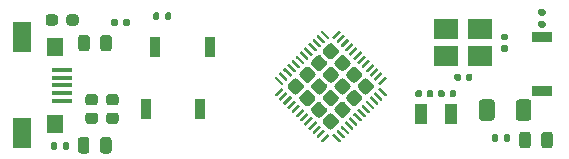
<source format=gbr>
G04 #@! TF.GenerationSoftware,KiCad,Pcbnew,(5.1.8-0-10_14)*
G04 #@! TF.CreationDate,2021-01-18T01:09:24+08:00*
G04 #@! TF.ProjectId,stm32f401_devboard,73746d33-3266-4343-9031-5f646576626f,rev?*
G04 #@! TF.SameCoordinates,Original*
G04 #@! TF.FileFunction,Paste,Top*
G04 #@! TF.FilePolarity,Positive*
%FSLAX46Y46*%
G04 Gerber Fmt 4.6, Leading zero omitted, Abs format (unit mm)*
G04 Created by KiCad (PCBNEW (5.1.8-0-10_14)) date 2021-01-18 01:09:24*
%MOMM*%
%LPD*%
G01*
G04 APERTURE LIST*
%ADD10R,0.899998X1.699997*%
%ADD11R,1.699997X0.899998*%
%ADD12R,1.400048X1.499997*%
%ADD13R,1.499997X2.500000*%
%ADD14R,1.799996X0.399999*%
%ADD15R,1.000000X1.800000*%
%ADD16R,2.100000X1.800000*%
G04 APERTURE END LIST*
G36*
G01*
X142960000Y-63150001D02*
X142960000Y-61849999D01*
G75*
G02*
X143209999Y-61600000I249999J0D01*
G01*
X144035001Y-61600000D01*
G75*
G02*
X144285000Y-61849999I0J-249999D01*
G01*
X144285000Y-63150001D01*
G75*
G02*
X144035001Y-63400000I-249999J0D01*
G01*
X143209999Y-63400000D01*
G75*
G02*
X142960000Y-63150001I0J249999D01*
G01*
G37*
G36*
G01*
X139835000Y-63150001D02*
X139835000Y-61849999D01*
G75*
G02*
X140084999Y-61600000I249999J0D01*
G01*
X140910001Y-61600000D01*
G75*
G02*
X141160000Y-61849999I0J-249999D01*
G01*
X141160000Y-63150001D01*
G75*
G02*
X140910001Y-63400000I-249999J0D01*
G01*
X140084999Y-63400000D01*
G75*
G02*
X139835000Y-63150001I0J249999D01*
G01*
G37*
G36*
G01*
X145130000Y-65496250D02*
X145130000Y-64583750D01*
G75*
G02*
X145373750Y-64340000I243750J0D01*
G01*
X145861250Y-64340000D01*
G75*
G02*
X146105000Y-64583750I0J-243750D01*
G01*
X146105000Y-65496250D01*
G75*
G02*
X145861250Y-65740000I-243750J0D01*
G01*
X145373750Y-65740000D01*
G75*
G02*
X145130000Y-65496250I0J243750D01*
G01*
G37*
G36*
G01*
X143255000Y-65496250D02*
X143255000Y-64583750D01*
G75*
G02*
X143498750Y-64340000I243750J0D01*
G01*
X143986250Y-64340000D01*
G75*
G02*
X144230000Y-64583750I0J-243750D01*
G01*
X144230000Y-65496250D01*
G75*
G02*
X143986250Y-65740000I-243750J0D01*
G01*
X143498750Y-65740000D01*
G75*
G02*
X143255000Y-65496250I0J243750D01*
G01*
G37*
G36*
G01*
X106880000Y-56373750D02*
X106880000Y-57286250D01*
G75*
G02*
X106636250Y-57530000I-243750J0D01*
G01*
X106148750Y-57530000D01*
G75*
G02*
X105905000Y-57286250I0J243750D01*
G01*
X105905000Y-56373750D01*
G75*
G02*
X106148750Y-56130000I243750J0D01*
G01*
X106636250Y-56130000D01*
G75*
G02*
X106880000Y-56373750I0J-243750D01*
G01*
G37*
G36*
G01*
X108755000Y-56373750D02*
X108755000Y-57286250D01*
G75*
G02*
X108511250Y-57530000I-243750J0D01*
G01*
X108023750Y-57530000D01*
G75*
G02*
X107780000Y-57286250I0J243750D01*
G01*
X107780000Y-56373750D01*
G75*
G02*
X108023750Y-56130000I243750J0D01*
G01*
X108511250Y-56130000D01*
G75*
G02*
X108755000Y-56373750I0J-243750D01*
G01*
G37*
G36*
G01*
X107757500Y-65936250D02*
X107757500Y-65023750D01*
G75*
G02*
X108001250Y-64780000I243750J0D01*
G01*
X108488750Y-64780000D01*
G75*
G02*
X108732500Y-65023750I0J-243750D01*
G01*
X108732500Y-65936250D01*
G75*
G02*
X108488750Y-66180000I-243750J0D01*
G01*
X108001250Y-66180000D01*
G75*
G02*
X107757500Y-65936250I0J243750D01*
G01*
G37*
G36*
G01*
X105882500Y-65936250D02*
X105882500Y-65023750D01*
G75*
G02*
X106126250Y-64780000I243750J0D01*
G01*
X106613750Y-64780000D01*
G75*
G02*
X106857500Y-65023750I0J-243750D01*
G01*
X106857500Y-65936250D01*
G75*
G02*
X106613750Y-66180000I-243750J0D01*
G01*
X106126250Y-66180000D01*
G75*
G02*
X105882500Y-65936250I0J243750D01*
G01*
G37*
D10*
X116249970Y-62450000D03*
X111650030Y-62450000D03*
D11*
X145160000Y-56290030D03*
X145160000Y-60889970D03*
G36*
G01*
X144985000Y-54980000D02*
X145355000Y-54980000D01*
G75*
G02*
X145490000Y-55115000I0J-135000D01*
G01*
X145490000Y-55385000D01*
G75*
G02*
X145355000Y-55520000I-135000J0D01*
G01*
X144985000Y-55520000D01*
G75*
G02*
X144850000Y-55385000I0J135000D01*
G01*
X144850000Y-55115000D01*
G75*
G02*
X144985000Y-54980000I135000J0D01*
G01*
G37*
G36*
G01*
X144985000Y-53960000D02*
X145355000Y-53960000D01*
G75*
G02*
X145490000Y-54095000I0J-135000D01*
G01*
X145490000Y-54365000D01*
G75*
G02*
X145355000Y-54500000I-135000J0D01*
G01*
X144985000Y-54500000D01*
G75*
G02*
X144850000Y-54365000I0J135000D01*
G01*
X144850000Y-54095000D01*
G75*
G02*
X144985000Y-53960000I135000J0D01*
G01*
G37*
G36*
G01*
X141460000Y-64685000D02*
X141460000Y-65055000D01*
G75*
G02*
X141325000Y-65190000I-135000J0D01*
G01*
X141055000Y-65190000D01*
G75*
G02*
X140920000Y-65055000I0J135000D01*
G01*
X140920000Y-64685000D01*
G75*
G02*
X141055000Y-64550000I135000J0D01*
G01*
X141325000Y-64550000D01*
G75*
G02*
X141460000Y-64685000I0J-135000D01*
G01*
G37*
G36*
G01*
X142480000Y-64685000D02*
X142480000Y-65055000D01*
G75*
G02*
X142345000Y-65190000I-135000J0D01*
G01*
X142075000Y-65190000D01*
G75*
G02*
X141940000Y-65055000I0J135000D01*
G01*
X141940000Y-64685000D01*
G75*
G02*
X142075000Y-64550000I135000J0D01*
G01*
X142345000Y-64550000D01*
G75*
G02*
X142480000Y-64685000I0J-135000D01*
G01*
G37*
G36*
G01*
X109725000Y-55285000D02*
X109725000Y-54915000D01*
G75*
G02*
X109860000Y-54780000I135000J0D01*
G01*
X110130000Y-54780000D01*
G75*
G02*
X110265000Y-54915000I0J-135000D01*
G01*
X110265000Y-55285000D01*
G75*
G02*
X110130000Y-55420000I-135000J0D01*
G01*
X109860000Y-55420000D01*
G75*
G02*
X109725000Y-55285000I0J135000D01*
G01*
G37*
G36*
G01*
X108705000Y-55285000D02*
X108705000Y-54915000D01*
G75*
G02*
X108840000Y-54780000I135000J0D01*
G01*
X109110000Y-54780000D01*
G75*
G02*
X109245000Y-54915000I0J-135000D01*
G01*
X109245000Y-55285000D01*
G75*
G02*
X109110000Y-55420000I-135000J0D01*
G01*
X108840000Y-55420000D01*
G75*
G02*
X108705000Y-55285000I0J135000D01*
G01*
G37*
G36*
G01*
X104130000Y-65365000D02*
X104130000Y-65735000D01*
G75*
G02*
X103995000Y-65870000I-135000J0D01*
G01*
X103725000Y-65870000D01*
G75*
G02*
X103590000Y-65735000I0J135000D01*
G01*
X103590000Y-65365000D01*
G75*
G02*
X103725000Y-65230000I135000J0D01*
G01*
X103995000Y-65230000D01*
G75*
G02*
X104130000Y-65365000I0J-135000D01*
G01*
G37*
G36*
G01*
X105150000Y-65365000D02*
X105150000Y-65735000D01*
G75*
G02*
X105015000Y-65870000I-135000J0D01*
G01*
X104745000Y-65870000D01*
G75*
G02*
X104610000Y-65735000I0J135000D01*
G01*
X104610000Y-65365000D01*
G75*
G02*
X104745000Y-65230000I135000J0D01*
G01*
X105015000Y-65230000D01*
G75*
G02*
X105150000Y-65365000I0J-135000D01*
G01*
G37*
G36*
G01*
X112790000Y-54365000D02*
X112790000Y-54735000D01*
G75*
G02*
X112655000Y-54870000I-135000J0D01*
G01*
X112385000Y-54870000D01*
G75*
G02*
X112250000Y-54735000I0J135000D01*
G01*
X112250000Y-54365000D01*
G75*
G02*
X112385000Y-54230000I135000J0D01*
G01*
X112655000Y-54230000D01*
G75*
G02*
X112790000Y-54365000I0J-135000D01*
G01*
G37*
G36*
G01*
X113810000Y-54365000D02*
X113810000Y-54735000D01*
G75*
G02*
X113675000Y-54870000I-135000J0D01*
G01*
X113405000Y-54870000D01*
G75*
G02*
X113270000Y-54735000I0J135000D01*
G01*
X113270000Y-54365000D01*
G75*
G02*
X113405000Y-54230000I135000J0D01*
G01*
X113675000Y-54230000D01*
G75*
G02*
X113810000Y-54365000I0J-135000D01*
G01*
G37*
G36*
G01*
X135020000Y-60950000D02*
X135020000Y-61290000D01*
G75*
G02*
X134880000Y-61430000I-140000J0D01*
G01*
X134600000Y-61430000D01*
G75*
G02*
X134460000Y-61290000I0J140000D01*
G01*
X134460000Y-60950000D01*
G75*
G02*
X134600000Y-60810000I140000J0D01*
G01*
X134880000Y-60810000D01*
G75*
G02*
X135020000Y-60950000I0J-140000D01*
G01*
G37*
G36*
G01*
X135980000Y-60950000D02*
X135980000Y-61290000D01*
G75*
G02*
X135840000Y-61430000I-140000J0D01*
G01*
X135560000Y-61430000D01*
G75*
G02*
X135420000Y-61290000I0J140000D01*
G01*
X135420000Y-60950000D01*
G75*
G02*
X135560000Y-60810000I140000J0D01*
G01*
X135840000Y-60810000D01*
G75*
G02*
X135980000Y-60950000I0J-140000D01*
G01*
G37*
G36*
G01*
X137350000Y-61290000D02*
X137350000Y-60950000D01*
G75*
G02*
X137490000Y-60810000I140000J0D01*
G01*
X137770000Y-60810000D01*
G75*
G02*
X137910000Y-60950000I0J-140000D01*
G01*
X137910000Y-61290000D01*
G75*
G02*
X137770000Y-61430000I-140000J0D01*
G01*
X137490000Y-61430000D01*
G75*
G02*
X137350000Y-61290000I0J140000D01*
G01*
G37*
G36*
G01*
X136390000Y-61290000D02*
X136390000Y-60950000D01*
G75*
G02*
X136530000Y-60810000I140000J0D01*
G01*
X136810000Y-60810000D01*
G75*
G02*
X136950000Y-60950000I0J-140000D01*
G01*
X136950000Y-61290000D01*
G75*
G02*
X136810000Y-61430000I-140000J0D01*
G01*
X136530000Y-61430000D01*
G75*
G02*
X136390000Y-61290000I0J140000D01*
G01*
G37*
G36*
G01*
X142180000Y-56590000D02*
X141840000Y-56590000D01*
G75*
G02*
X141700000Y-56450000I0J140000D01*
G01*
X141700000Y-56170000D01*
G75*
G02*
X141840000Y-56030000I140000J0D01*
G01*
X142180000Y-56030000D01*
G75*
G02*
X142320000Y-56170000I0J-140000D01*
G01*
X142320000Y-56450000D01*
G75*
G02*
X142180000Y-56590000I-140000J0D01*
G01*
G37*
G36*
G01*
X142180000Y-57550000D02*
X141840000Y-57550000D01*
G75*
G02*
X141700000Y-57410000I0J140000D01*
G01*
X141700000Y-57130000D01*
G75*
G02*
X141840000Y-56990000I140000J0D01*
G01*
X142180000Y-56990000D01*
G75*
G02*
X142320000Y-57130000I0J-140000D01*
G01*
X142320000Y-57410000D01*
G75*
G02*
X142180000Y-57550000I-140000J0D01*
G01*
G37*
G36*
G01*
X138330000Y-59550000D02*
X138330000Y-59890000D01*
G75*
G02*
X138190000Y-60030000I-140000J0D01*
G01*
X137910000Y-60030000D01*
G75*
G02*
X137770000Y-59890000I0J140000D01*
G01*
X137770000Y-59550000D01*
G75*
G02*
X137910000Y-59410000I140000J0D01*
G01*
X138190000Y-59410000D01*
G75*
G02*
X138330000Y-59550000I0J-140000D01*
G01*
G37*
G36*
G01*
X139290000Y-59550000D02*
X139290000Y-59890000D01*
G75*
G02*
X139150000Y-60030000I-140000J0D01*
G01*
X138870000Y-60030000D01*
G75*
G02*
X138730000Y-59890000I0J140000D01*
G01*
X138730000Y-59550000D01*
G75*
G02*
X138870000Y-59410000I140000J0D01*
G01*
X139150000Y-59410000D01*
G75*
G02*
X139290000Y-59550000I0J-140000D01*
G01*
G37*
D10*
X112450030Y-57200000D03*
X117049970Y-57200000D03*
D12*
X103930516Y-57150070D03*
X103930516Y-63649930D03*
D13*
X101189602Y-56325078D03*
X101189602Y-64474922D03*
D14*
X104510652Y-59103584D03*
X104510652Y-59753824D03*
X104510652Y-60404064D03*
X104510652Y-61054304D03*
X104510652Y-61704544D03*
D15*
X134960000Y-62840000D03*
X137460000Y-62840000D03*
D16*
X137060000Y-55620000D03*
X139960000Y-55620000D03*
X139960000Y-57920000D03*
X137060000Y-57920000D03*
G36*
G01*
X124506929Y-59877746D02*
X124952406Y-60323223D01*
G75*
G02*
X124952406Y-60676777I-176777J-176777D01*
G01*
X124506929Y-61122254D01*
G75*
G02*
X124153375Y-61122254I-176777J176777D01*
G01*
X123707898Y-60676777D01*
G75*
G02*
X123707898Y-60323223I176777J176777D01*
G01*
X124153375Y-59877746D01*
G75*
G02*
X124506929Y-59877746I176777J-176777D01*
G01*
G37*
G36*
G01*
X125496878Y-60867695D02*
X125942355Y-61313172D01*
G75*
G02*
X125942355Y-61666726I-176777J-176777D01*
G01*
X125496878Y-62112203D01*
G75*
G02*
X125143324Y-62112203I-176777J176777D01*
G01*
X124697847Y-61666726D01*
G75*
G02*
X124697847Y-61313172I176777J176777D01*
G01*
X125143324Y-60867695D01*
G75*
G02*
X125496878Y-60867695I176777J-176777D01*
G01*
G37*
G36*
G01*
X126486828Y-61857645D02*
X126932305Y-62303122D01*
G75*
G02*
X126932305Y-62656676I-176777J-176777D01*
G01*
X126486828Y-63102153D01*
G75*
G02*
X126133274Y-63102153I-176777J176777D01*
G01*
X125687797Y-62656676D01*
G75*
G02*
X125687797Y-62303122I176777J176777D01*
G01*
X126133274Y-61857645D01*
G75*
G02*
X126486828Y-61857645I176777J-176777D01*
G01*
G37*
G36*
G01*
X127476777Y-62847594D02*
X127922254Y-63293071D01*
G75*
G02*
X127922254Y-63646625I-176777J-176777D01*
G01*
X127476777Y-64092102D01*
G75*
G02*
X127123223Y-64092102I-176777J176777D01*
G01*
X126677746Y-63646625D01*
G75*
G02*
X126677746Y-63293071I176777J176777D01*
G01*
X127123223Y-62847594D01*
G75*
G02*
X127476777Y-62847594I176777J-176777D01*
G01*
G37*
G36*
G01*
X125496878Y-58887797D02*
X125942355Y-59333274D01*
G75*
G02*
X125942355Y-59686828I-176777J-176777D01*
G01*
X125496878Y-60132305D01*
G75*
G02*
X125143324Y-60132305I-176777J176777D01*
G01*
X124697847Y-59686828D01*
G75*
G02*
X124697847Y-59333274I176777J176777D01*
G01*
X125143324Y-58887797D01*
G75*
G02*
X125496878Y-58887797I176777J-176777D01*
G01*
G37*
G36*
G01*
X126486828Y-59877746D02*
X126932305Y-60323223D01*
G75*
G02*
X126932305Y-60676777I-176777J-176777D01*
G01*
X126486828Y-61122254D01*
G75*
G02*
X126133274Y-61122254I-176777J176777D01*
G01*
X125687797Y-60676777D01*
G75*
G02*
X125687797Y-60323223I176777J176777D01*
G01*
X126133274Y-59877746D01*
G75*
G02*
X126486828Y-59877746I176777J-176777D01*
G01*
G37*
G36*
G01*
X127476777Y-60867695D02*
X127922254Y-61313172D01*
G75*
G02*
X127922254Y-61666726I-176777J-176777D01*
G01*
X127476777Y-62112203D01*
G75*
G02*
X127123223Y-62112203I-176777J176777D01*
G01*
X126677746Y-61666726D01*
G75*
G02*
X126677746Y-61313172I176777J176777D01*
G01*
X127123223Y-60867695D01*
G75*
G02*
X127476777Y-60867695I176777J-176777D01*
G01*
G37*
G36*
G01*
X128466726Y-61857645D02*
X128912203Y-62303122D01*
G75*
G02*
X128912203Y-62656676I-176777J-176777D01*
G01*
X128466726Y-63102153D01*
G75*
G02*
X128113172Y-63102153I-176777J176777D01*
G01*
X127667695Y-62656676D01*
G75*
G02*
X127667695Y-62303122I176777J176777D01*
G01*
X128113172Y-61857645D01*
G75*
G02*
X128466726Y-61857645I176777J-176777D01*
G01*
G37*
G36*
G01*
X126486828Y-57897847D02*
X126932305Y-58343324D01*
G75*
G02*
X126932305Y-58696878I-176777J-176777D01*
G01*
X126486828Y-59142355D01*
G75*
G02*
X126133274Y-59142355I-176777J176777D01*
G01*
X125687797Y-58696878D01*
G75*
G02*
X125687797Y-58343324I176777J176777D01*
G01*
X126133274Y-57897847D01*
G75*
G02*
X126486828Y-57897847I176777J-176777D01*
G01*
G37*
G36*
G01*
X127476777Y-58887797D02*
X127922254Y-59333274D01*
G75*
G02*
X127922254Y-59686828I-176777J-176777D01*
G01*
X127476777Y-60132305D01*
G75*
G02*
X127123223Y-60132305I-176777J176777D01*
G01*
X126677746Y-59686828D01*
G75*
G02*
X126677746Y-59333274I176777J176777D01*
G01*
X127123223Y-58887797D01*
G75*
G02*
X127476777Y-58887797I176777J-176777D01*
G01*
G37*
G36*
G01*
X128466726Y-59877746D02*
X128912203Y-60323223D01*
G75*
G02*
X128912203Y-60676777I-176777J-176777D01*
G01*
X128466726Y-61122254D01*
G75*
G02*
X128113172Y-61122254I-176777J176777D01*
G01*
X127667695Y-60676777D01*
G75*
G02*
X127667695Y-60323223I176777J176777D01*
G01*
X128113172Y-59877746D01*
G75*
G02*
X128466726Y-59877746I176777J-176777D01*
G01*
G37*
G36*
G01*
X129456676Y-60867695D02*
X129902153Y-61313172D01*
G75*
G02*
X129902153Y-61666726I-176777J-176777D01*
G01*
X129456676Y-62112203D01*
G75*
G02*
X129103122Y-62112203I-176777J176777D01*
G01*
X128657645Y-61666726D01*
G75*
G02*
X128657645Y-61313172I176777J176777D01*
G01*
X129103122Y-60867695D01*
G75*
G02*
X129456676Y-60867695I176777J-176777D01*
G01*
G37*
G36*
G01*
X127476777Y-56907898D02*
X127922254Y-57353375D01*
G75*
G02*
X127922254Y-57706929I-176777J-176777D01*
G01*
X127476777Y-58152406D01*
G75*
G02*
X127123223Y-58152406I-176777J176777D01*
G01*
X126677746Y-57706929D01*
G75*
G02*
X126677746Y-57353375I176777J176777D01*
G01*
X127123223Y-56907898D01*
G75*
G02*
X127476777Y-56907898I176777J-176777D01*
G01*
G37*
G36*
G01*
X128466726Y-57897847D02*
X128912203Y-58343324D01*
G75*
G02*
X128912203Y-58696878I-176777J-176777D01*
G01*
X128466726Y-59142355D01*
G75*
G02*
X128113172Y-59142355I-176777J176777D01*
G01*
X127667695Y-58696878D01*
G75*
G02*
X127667695Y-58343324I176777J176777D01*
G01*
X128113172Y-57897847D01*
G75*
G02*
X128466726Y-57897847I176777J-176777D01*
G01*
G37*
G36*
G01*
X129456676Y-58887797D02*
X129902153Y-59333274D01*
G75*
G02*
X129902153Y-59686828I-176777J-176777D01*
G01*
X129456676Y-60132305D01*
G75*
G02*
X129103122Y-60132305I-176777J176777D01*
G01*
X128657645Y-59686828D01*
G75*
G02*
X128657645Y-59333274I176777J176777D01*
G01*
X129103122Y-58887797D01*
G75*
G02*
X129456676Y-58887797I176777J-176777D01*
G01*
G37*
G36*
G01*
X130446625Y-59877746D02*
X130892102Y-60323223D01*
G75*
G02*
X130892102Y-60676777I-176777J-176777D01*
G01*
X130446625Y-61122254D01*
G75*
G02*
X130093071Y-61122254I-176777J176777D01*
G01*
X129647594Y-60676777D01*
G75*
G02*
X129647594Y-60323223I176777J176777D01*
G01*
X130093071Y-59877746D01*
G75*
G02*
X130446625Y-59877746I176777J-176777D01*
G01*
G37*
G36*
G01*
X131498446Y-60632583D02*
X132028776Y-61162913D01*
G75*
G02*
X132028776Y-61251301I-44194J-44194D01*
G01*
X131940388Y-61339689D01*
G75*
G02*
X131852000Y-61339689I-44194J44194D01*
G01*
X131321670Y-60809359D01*
G75*
G02*
X131321670Y-60720971I44194J44194D01*
G01*
X131410058Y-60632583D01*
G75*
G02*
X131498446Y-60632583I44194J-44194D01*
G01*
G37*
G36*
G01*
X131144893Y-60986136D02*
X131675223Y-61516466D01*
G75*
G02*
X131675223Y-61604854I-44194J-44194D01*
G01*
X131586835Y-61693242D01*
G75*
G02*
X131498447Y-61693242I-44194J44194D01*
G01*
X130968117Y-61162912D01*
G75*
G02*
X130968117Y-61074524I44194J44194D01*
G01*
X131056505Y-60986136D01*
G75*
G02*
X131144893Y-60986136I44194J-44194D01*
G01*
G37*
G36*
G01*
X130791339Y-61339690D02*
X131321669Y-61870020D01*
G75*
G02*
X131321669Y-61958408I-44194J-44194D01*
G01*
X131233281Y-62046796D01*
G75*
G02*
X131144893Y-62046796I-44194J44194D01*
G01*
X130614563Y-61516466D01*
G75*
G02*
X130614563Y-61428078I44194J44194D01*
G01*
X130702951Y-61339690D01*
G75*
G02*
X130791339Y-61339690I44194J-44194D01*
G01*
G37*
G36*
G01*
X130437786Y-61693243D02*
X130968116Y-62223573D01*
G75*
G02*
X130968116Y-62311961I-44194J-44194D01*
G01*
X130879728Y-62400349D01*
G75*
G02*
X130791340Y-62400349I-44194J44194D01*
G01*
X130261010Y-61870019D01*
G75*
G02*
X130261010Y-61781631I44194J44194D01*
G01*
X130349398Y-61693243D01*
G75*
G02*
X130437786Y-61693243I44194J-44194D01*
G01*
G37*
G36*
G01*
X130084233Y-62046796D02*
X130614563Y-62577126D01*
G75*
G02*
X130614563Y-62665514I-44194J-44194D01*
G01*
X130526175Y-62753902D01*
G75*
G02*
X130437787Y-62753902I-44194J44194D01*
G01*
X129907457Y-62223572D01*
G75*
G02*
X129907457Y-62135184I44194J44194D01*
G01*
X129995845Y-62046796D01*
G75*
G02*
X130084233Y-62046796I44194J-44194D01*
G01*
G37*
G36*
G01*
X129730679Y-62400350D02*
X130261009Y-62930680D01*
G75*
G02*
X130261009Y-63019068I-44194J-44194D01*
G01*
X130172621Y-63107456D01*
G75*
G02*
X130084233Y-63107456I-44194J44194D01*
G01*
X129553903Y-62577126D01*
G75*
G02*
X129553903Y-62488738I44194J44194D01*
G01*
X129642291Y-62400350D01*
G75*
G02*
X129730679Y-62400350I44194J-44194D01*
G01*
G37*
G36*
G01*
X129377126Y-62753903D02*
X129907456Y-63284233D01*
G75*
G02*
X129907456Y-63372621I-44194J-44194D01*
G01*
X129819068Y-63461009D01*
G75*
G02*
X129730680Y-63461009I-44194J44194D01*
G01*
X129200350Y-62930679D01*
G75*
G02*
X129200350Y-62842291I44194J44194D01*
G01*
X129288738Y-62753903D01*
G75*
G02*
X129377126Y-62753903I44194J-44194D01*
G01*
G37*
G36*
G01*
X129023572Y-63107457D02*
X129553902Y-63637787D01*
G75*
G02*
X129553902Y-63726175I-44194J-44194D01*
G01*
X129465514Y-63814563D01*
G75*
G02*
X129377126Y-63814563I-44194J44194D01*
G01*
X128846796Y-63284233D01*
G75*
G02*
X128846796Y-63195845I44194J44194D01*
G01*
X128935184Y-63107457D01*
G75*
G02*
X129023572Y-63107457I44194J-44194D01*
G01*
G37*
G36*
G01*
X128670019Y-63461010D02*
X129200349Y-63991340D01*
G75*
G02*
X129200349Y-64079728I-44194J-44194D01*
G01*
X129111961Y-64168116D01*
G75*
G02*
X129023573Y-64168116I-44194J44194D01*
G01*
X128493243Y-63637786D01*
G75*
G02*
X128493243Y-63549398I44194J44194D01*
G01*
X128581631Y-63461010D01*
G75*
G02*
X128670019Y-63461010I44194J-44194D01*
G01*
G37*
G36*
G01*
X128316466Y-63814563D02*
X128846796Y-64344893D01*
G75*
G02*
X128846796Y-64433281I-44194J-44194D01*
G01*
X128758408Y-64521669D01*
G75*
G02*
X128670020Y-64521669I-44194J44194D01*
G01*
X128139690Y-63991339D01*
G75*
G02*
X128139690Y-63902951I44194J44194D01*
G01*
X128228078Y-63814563D01*
G75*
G02*
X128316466Y-63814563I44194J-44194D01*
G01*
G37*
G36*
G01*
X127962912Y-64168117D02*
X128493242Y-64698447D01*
G75*
G02*
X128493242Y-64786835I-44194J-44194D01*
G01*
X128404854Y-64875223D01*
G75*
G02*
X128316466Y-64875223I-44194J44194D01*
G01*
X127786136Y-64344893D01*
G75*
G02*
X127786136Y-64256505I44194J44194D01*
G01*
X127874524Y-64168117D01*
G75*
G02*
X127962912Y-64168117I44194J-44194D01*
G01*
G37*
G36*
G01*
X127609359Y-64521670D02*
X128139689Y-65052000D01*
G75*
G02*
X128139689Y-65140388I-44194J-44194D01*
G01*
X128051301Y-65228776D01*
G75*
G02*
X127962913Y-65228776I-44194J44194D01*
G01*
X127432583Y-64698446D01*
G75*
G02*
X127432583Y-64610058I44194J44194D01*
G01*
X127520971Y-64521670D01*
G75*
G02*
X127609359Y-64521670I44194J-44194D01*
G01*
G37*
G36*
G01*
X127079029Y-64521670D02*
X127167417Y-64610058D01*
G75*
G02*
X127167417Y-64698446I-44194J-44194D01*
G01*
X126637087Y-65228776D01*
G75*
G02*
X126548699Y-65228776I-44194J44194D01*
G01*
X126460311Y-65140388D01*
G75*
G02*
X126460311Y-65052000I44194J44194D01*
G01*
X126990641Y-64521670D01*
G75*
G02*
X127079029Y-64521670I44194J-44194D01*
G01*
G37*
G36*
G01*
X126725476Y-64168117D02*
X126813864Y-64256505D01*
G75*
G02*
X126813864Y-64344893I-44194J-44194D01*
G01*
X126283534Y-64875223D01*
G75*
G02*
X126195146Y-64875223I-44194J44194D01*
G01*
X126106758Y-64786835D01*
G75*
G02*
X126106758Y-64698447I44194J44194D01*
G01*
X126637088Y-64168117D01*
G75*
G02*
X126725476Y-64168117I44194J-44194D01*
G01*
G37*
G36*
G01*
X126371922Y-63814563D02*
X126460310Y-63902951D01*
G75*
G02*
X126460310Y-63991339I-44194J-44194D01*
G01*
X125929980Y-64521669D01*
G75*
G02*
X125841592Y-64521669I-44194J44194D01*
G01*
X125753204Y-64433281D01*
G75*
G02*
X125753204Y-64344893I44194J44194D01*
G01*
X126283534Y-63814563D01*
G75*
G02*
X126371922Y-63814563I44194J-44194D01*
G01*
G37*
G36*
G01*
X126018369Y-63461010D02*
X126106757Y-63549398D01*
G75*
G02*
X126106757Y-63637786I-44194J-44194D01*
G01*
X125576427Y-64168116D01*
G75*
G02*
X125488039Y-64168116I-44194J44194D01*
G01*
X125399651Y-64079728D01*
G75*
G02*
X125399651Y-63991340I44194J44194D01*
G01*
X125929981Y-63461010D01*
G75*
G02*
X126018369Y-63461010I44194J-44194D01*
G01*
G37*
G36*
G01*
X125664816Y-63107457D02*
X125753204Y-63195845D01*
G75*
G02*
X125753204Y-63284233I-44194J-44194D01*
G01*
X125222874Y-63814563D01*
G75*
G02*
X125134486Y-63814563I-44194J44194D01*
G01*
X125046098Y-63726175D01*
G75*
G02*
X125046098Y-63637787I44194J44194D01*
G01*
X125576428Y-63107457D01*
G75*
G02*
X125664816Y-63107457I44194J-44194D01*
G01*
G37*
G36*
G01*
X125311262Y-62753903D02*
X125399650Y-62842291D01*
G75*
G02*
X125399650Y-62930679I-44194J-44194D01*
G01*
X124869320Y-63461009D01*
G75*
G02*
X124780932Y-63461009I-44194J44194D01*
G01*
X124692544Y-63372621D01*
G75*
G02*
X124692544Y-63284233I44194J44194D01*
G01*
X125222874Y-62753903D01*
G75*
G02*
X125311262Y-62753903I44194J-44194D01*
G01*
G37*
G36*
G01*
X124957709Y-62400350D02*
X125046097Y-62488738D01*
G75*
G02*
X125046097Y-62577126I-44194J-44194D01*
G01*
X124515767Y-63107456D01*
G75*
G02*
X124427379Y-63107456I-44194J44194D01*
G01*
X124338991Y-63019068D01*
G75*
G02*
X124338991Y-62930680I44194J44194D01*
G01*
X124869321Y-62400350D01*
G75*
G02*
X124957709Y-62400350I44194J-44194D01*
G01*
G37*
G36*
G01*
X124604155Y-62046796D02*
X124692543Y-62135184D01*
G75*
G02*
X124692543Y-62223572I-44194J-44194D01*
G01*
X124162213Y-62753902D01*
G75*
G02*
X124073825Y-62753902I-44194J44194D01*
G01*
X123985437Y-62665514D01*
G75*
G02*
X123985437Y-62577126I44194J44194D01*
G01*
X124515767Y-62046796D01*
G75*
G02*
X124604155Y-62046796I44194J-44194D01*
G01*
G37*
G36*
G01*
X124250602Y-61693243D02*
X124338990Y-61781631D01*
G75*
G02*
X124338990Y-61870019I-44194J-44194D01*
G01*
X123808660Y-62400349D01*
G75*
G02*
X123720272Y-62400349I-44194J44194D01*
G01*
X123631884Y-62311961D01*
G75*
G02*
X123631884Y-62223573I44194J44194D01*
G01*
X124162214Y-61693243D01*
G75*
G02*
X124250602Y-61693243I44194J-44194D01*
G01*
G37*
G36*
G01*
X123897049Y-61339690D02*
X123985437Y-61428078D01*
G75*
G02*
X123985437Y-61516466I-44194J-44194D01*
G01*
X123455107Y-62046796D01*
G75*
G02*
X123366719Y-62046796I-44194J44194D01*
G01*
X123278331Y-61958408D01*
G75*
G02*
X123278331Y-61870020I44194J44194D01*
G01*
X123808661Y-61339690D01*
G75*
G02*
X123897049Y-61339690I44194J-44194D01*
G01*
G37*
G36*
G01*
X123543495Y-60986136D02*
X123631883Y-61074524D01*
G75*
G02*
X123631883Y-61162912I-44194J-44194D01*
G01*
X123101553Y-61693242D01*
G75*
G02*
X123013165Y-61693242I-44194J44194D01*
G01*
X122924777Y-61604854D01*
G75*
G02*
X122924777Y-61516466I44194J44194D01*
G01*
X123455107Y-60986136D01*
G75*
G02*
X123543495Y-60986136I44194J-44194D01*
G01*
G37*
G36*
G01*
X123189942Y-60632583D02*
X123278330Y-60720971D01*
G75*
G02*
X123278330Y-60809359I-44194J-44194D01*
G01*
X122748000Y-61339689D01*
G75*
G02*
X122659612Y-61339689I-44194J44194D01*
G01*
X122571224Y-61251301D01*
G75*
G02*
X122571224Y-61162913I44194J44194D01*
G01*
X123101554Y-60632583D01*
G75*
G02*
X123189942Y-60632583I44194J-44194D01*
G01*
G37*
G36*
G01*
X122748000Y-59660311D02*
X123278330Y-60190641D01*
G75*
G02*
X123278330Y-60279029I-44194J-44194D01*
G01*
X123189942Y-60367417D01*
G75*
G02*
X123101554Y-60367417I-44194J44194D01*
G01*
X122571224Y-59837087D01*
G75*
G02*
X122571224Y-59748699I44194J44194D01*
G01*
X122659612Y-59660311D01*
G75*
G02*
X122748000Y-59660311I44194J-44194D01*
G01*
G37*
G36*
G01*
X123101553Y-59306758D02*
X123631883Y-59837088D01*
G75*
G02*
X123631883Y-59925476I-44194J-44194D01*
G01*
X123543495Y-60013864D01*
G75*
G02*
X123455107Y-60013864I-44194J44194D01*
G01*
X122924777Y-59483534D01*
G75*
G02*
X122924777Y-59395146I44194J44194D01*
G01*
X123013165Y-59306758D01*
G75*
G02*
X123101553Y-59306758I44194J-44194D01*
G01*
G37*
G36*
G01*
X123455107Y-58953204D02*
X123985437Y-59483534D01*
G75*
G02*
X123985437Y-59571922I-44194J-44194D01*
G01*
X123897049Y-59660310D01*
G75*
G02*
X123808661Y-59660310I-44194J44194D01*
G01*
X123278331Y-59129980D01*
G75*
G02*
X123278331Y-59041592I44194J44194D01*
G01*
X123366719Y-58953204D01*
G75*
G02*
X123455107Y-58953204I44194J-44194D01*
G01*
G37*
G36*
G01*
X123808660Y-58599651D02*
X124338990Y-59129981D01*
G75*
G02*
X124338990Y-59218369I-44194J-44194D01*
G01*
X124250602Y-59306757D01*
G75*
G02*
X124162214Y-59306757I-44194J44194D01*
G01*
X123631884Y-58776427D01*
G75*
G02*
X123631884Y-58688039I44194J44194D01*
G01*
X123720272Y-58599651D01*
G75*
G02*
X123808660Y-58599651I44194J-44194D01*
G01*
G37*
G36*
G01*
X124162213Y-58246098D02*
X124692543Y-58776428D01*
G75*
G02*
X124692543Y-58864816I-44194J-44194D01*
G01*
X124604155Y-58953204D01*
G75*
G02*
X124515767Y-58953204I-44194J44194D01*
G01*
X123985437Y-58422874D01*
G75*
G02*
X123985437Y-58334486I44194J44194D01*
G01*
X124073825Y-58246098D01*
G75*
G02*
X124162213Y-58246098I44194J-44194D01*
G01*
G37*
G36*
G01*
X124515767Y-57892544D02*
X125046097Y-58422874D01*
G75*
G02*
X125046097Y-58511262I-44194J-44194D01*
G01*
X124957709Y-58599650D01*
G75*
G02*
X124869321Y-58599650I-44194J44194D01*
G01*
X124338991Y-58069320D01*
G75*
G02*
X124338991Y-57980932I44194J44194D01*
G01*
X124427379Y-57892544D01*
G75*
G02*
X124515767Y-57892544I44194J-44194D01*
G01*
G37*
G36*
G01*
X124869320Y-57538991D02*
X125399650Y-58069321D01*
G75*
G02*
X125399650Y-58157709I-44194J-44194D01*
G01*
X125311262Y-58246097D01*
G75*
G02*
X125222874Y-58246097I-44194J44194D01*
G01*
X124692544Y-57715767D01*
G75*
G02*
X124692544Y-57627379I44194J44194D01*
G01*
X124780932Y-57538991D01*
G75*
G02*
X124869320Y-57538991I44194J-44194D01*
G01*
G37*
G36*
G01*
X125222874Y-57185437D02*
X125753204Y-57715767D01*
G75*
G02*
X125753204Y-57804155I-44194J-44194D01*
G01*
X125664816Y-57892543D01*
G75*
G02*
X125576428Y-57892543I-44194J44194D01*
G01*
X125046098Y-57362213D01*
G75*
G02*
X125046098Y-57273825I44194J44194D01*
G01*
X125134486Y-57185437D01*
G75*
G02*
X125222874Y-57185437I44194J-44194D01*
G01*
G37*
G36*
G01*
X125576427Y-56831884D02*
X126106757Y-57362214D01*
G75*
G02*
X126106757Y-57450602I-44194J-44194D01*
G01*
X126018369Y-57538990D01*
G75*
G02*
X125929981Y-57538990I-44194J44194D01*
G01*
X125399651Y-57008660D01*
G75*
G02*
X125399651Y-56920272I44194J44194D01*
G01*
X125488039Y-56831884D01*
G75*
G02*
X125576427Y-56831884I44194J-44194D01*
G01*
G37*
G36*
G01*
X125929980Y-56478331D02*
X126460310Y-57008661D01*
G75*
G02*
X126460310Y-57097049I-44194J-44194D01*
G01*
X126371922Y-57185437D01*
G75*
G02*
X126283534Y-57185437I-44194J44194D01*
G01*
X125753204Y-56655107D01*
G75*
G02*
X125753204Y-56566719I44194J44194D01*
G01*
X125841592Y-56478331D01*
G75*
G02*
X125929980Y-56478331I44194J-44194D01*
G01*
G37*
G36*
G01*
X126283534Y-56124777D02*
X126813864Y-56655107D01*
G75*
G02*
X126813864Y-56743495I-44194J-44194D01*
G01*
X126725476Y-56831883D01*
G75*
G02*
X126637088Y-56831883I-44194J44194D01*
G01*
X126106758Y-56301553D01*
G75*
G02*
X126106758Y-56213165I44194J44194D01*
G01*
X126195146Y-56124777D01*
G75*
G02*
X126283534Y-56124777I44194J-44194D01*
G01*
G37*
G36*
G01*
X126637087Y-55771224D02*
X127167417Y-56301554D01*
G75*
G02*
X127167417Y-56389942I-44194J-44194D01*
G01*
X127079029Y-56478330D01*
G75*
G02*
X126990641Y-56478330I-44194J44194D01*
G01*
X126460311Y-55948000D01*
G75*
G02*
X126460311Y-55859612I44194J44194D01*
G01*
X126548699Y-55771224D01*
G75*
G02*
X126637087Y-55771224I44194J-44194D01*
G01*
G37*
G36*
G01*
X128051301Y-55771224D02*
X128139689Y-55859612D01*
G75*
G02*
X128139689Y-55948000I-44194J-44194D01*
G01*
X127609359Y-56478330D01*
G75*
G02*
X127520971Y-56478330I-44194J44194D01*
G01*
X127432583Y-56389942D01*
G75*
G02*
X127432583Y-56301554I44194J44194D01*
G01*
X127962913Y-55771224D01*
G75*
G02*
X128051301Y-55771224I44194J-44194D01*
G01*
G37*
G36*
G01*
X128404854Y-56124777D02*
X128493242Y-56213165D01*
G75*
G02*
X128493242Y-56301553I-44194J-44194D01*
G01*
X127962912Y-56831883D01*
G75*
G02*
X127874524Y-56831883I-44194J44194D01*
G01*
X127786136Y-56743495D01*
G75*
G02*
X127786136Y-56655107I44194J44194D01*
G01*
X128316466Y-56124777D01*
G75*
G02*
X128404854Y-56124777I44194J-44194D01*
G01*
G37*
G36*
G01*
X128758408Y-56478331D02*
X128846796Y-56566719D01*
G75*
G02*
X128846796Y-56655107I-44194J-44194D01*
G01*
X128316466Y-57185437D01*
G75*
G02*
X128228078Y-57185437I-44194J44194D01*
G01*
X128139690Y-57097049D01*
G75*
G02*
X128139690Y-57008661I44194J44194D01*
G01*
X128670020Y-56478331D01*
G75*
G02*
X128758408Y-56478331I44194J-44194D01*
G01*
G37*
G36*
G01*
X129111961Y-56831884D02*
X129200349Y-56920272D01*
G75*
G02*
X129200349Y-57008660I-44194J-44194D01*
G01*
X128670019Y-57538990D01*
G75*
G02*
X128581631Y-57538990I-44194J44194D01*
G01*
X128493243Y-57450602D01*
G75*
G02*
X128493243Y-57362214I44194J44194D01*
G01*
X129023573Y-56831884D01*
G75*
G02*
X129111961Y-56831884I44194J-44194D01*
G01*
G37*
G36*
G01*
X129465514Y-57185437D02*
X129553902Y-57273825D01*
G75*
G02*
X129553902Y-57362213I-44194J-44194D01*
G01*
X129023572Y-57892543D01*
G75*
G02*
X128935184Y-57892543I-44194J44194D01*
G01*
X128846796Y-57804155D01*
G75*
G02*
X128846796Y-57715767I44194J44194D01*
G01*
X129377126Y-57185437D01*
G75*
G02*
X129465514Y-57185437I44194J-44194D01*
G01*
G37*
G36*
G01*
X129819068Y-57538991D02*
X129907456Y-57627379D01*
G75*
G02*
X129907456Y-57715767I-44194J-44194D01*
G01*
X129377126Y-58246097D01*
G75*
G02*
X129288738Y-58246097I-44194J44194D01*
G01*
X129200350Y-58157709D01*
G75*
G02*
X129200350Y-58069321I44194J44194D01*
G01*
X129730680Y-57538991D01*
G75*
G02*
X129819068Y-57538991I44194J-44194D01*
G01*
G37*
G36*
G01*
X130172621Y-57892544D02*
X130261009Y-57980932D01*
G75*
G02*
X130261009Y-58069320I-44194J-44194D01*
G01*
X129730679Y-58599650D01*
G75*
G02*
X129642291Y-58599650I-44194J44194D01*
G01*
X129553903Y-58511262D01*
G75*
G02*
X129553903Y-58422874I44194J44194D01*
G01*
X130084233Y-57892544D01*
G75*
G02*
X130172621Y-57892544I44194J-44194D01*
G01*
G37*
G36*
G01*
X130526175Y-58246098D02*
X130614563Y-58334486D01*
G75*
G02*
X130614563Y-58422874I-44194J-44194D01*
G01*
X130084233Y-58953204D01*
G75*
G02*
X129995845Y-58953204I-44194J44194D01*
G01*
X129907457Y-58864816D01*
G75*
G02*
X129907457Y-58776428I44194J44194D01*
G01*
X130437787Y-58246098D01*
G75*
G02*
X130526175Y-58246098I44194J-44194D01*
G01*
G37*
G36*
G01*
X130879728Y-58599651D02*
X130968116Y-58688039D01*
G75*
G02*
X130968116Y-58776427I-44194J-44194D01*
G01*
X130437786Y-59306757D01*
G75*
G02*
X130349398Y-59306757I-44194J44194D01*
G01*
X130261010Y-59218369D01*
G75*
G02*
X130261010Y-59129981I44194J44194D01*
G01*
X130791340Y-58599651D01*
G75*
G02*
X130879728Y-58599651I44194J-44194D01*
G01*
G37*
G36*
G01*
X131233281Y-58953204D02*
X131321669Y-59041592D01*
G75*
G02*
X131321669Y-59129980I-44194J-44194D01*
G01*
X130791339Y-59660310D01*
G75*
G02*
X130702951Y-59660310I-44194J44194D01*
G01*
X130614563Y-59571922D01*
G75*
G02*
X130614563Y-59483534I44194J44194D01*
G01*
X131144893Y-58953204D01*
G75*
G02*
X131233281Y-58953204I44194J-44194D01*
G01*
G37*
G36*
G01*
X131586835Y-59306758D02*
X131675223Y-59395146D01*
G75*
G02*
X131675223Y-59483534I-44194J-44194D01*
G01*
X131144893Y-60013864D01*
G75*
G02*
X131056505Y-60013864I-44194J44194D01*
G01*
X130968117Y-59925476D01*
G75*
G02*
X130968117Y-59837088I44194J44194D01*
G01*
X131498447Y-59306758D01*
G75*
G02*
X131586835Y-59306758I44194J-44194D01*
G01*
G37*
G36*
G01*
X131940388Y-59660311D02*
X132028776Y-59748699D01*
G75*
G02*
X132028776Y-59837087I-44194J-44194D01*
G01*
X131498446Y-60367417D01*
G75*
G02*
X131410058Y-60367417I-44194J44194D01*
G01*
X131321670Y-60279029D01*
G75*
G02*
X131321670Y-60190641I44194J44194D01*
G01*
X131852000Y-59660311D01*
G75*
G02*
X131940388Y-59660311I44194J-44194D01*
G01*
G37*
G36*
G01*
X108280000Y-63427500D02*
X108280000Y-62952500D01*
G75*
G02*
X108517500Y-62715000I237500J0D01*
G01*
X109092500Y-62715000D01*
G75*
G02*
X109330000Y-62952500I0J-237500D01*
G01*
X109330000Y-63427500D01*
G75*
G02*
X109092500Y-63665000I-237500J0D01*
G01*
X108517500Y-63665000D01*
G75*
G02*
X108280000Y-63427500I0J237500D01*
G01*
G37*
G36*
G01*
X106530000Y-63427500D02*
X106530000Y-62952500D01*
G75*
G02*
X106767500Y-62715000I237500J0D01*
G01*
X107342500Y-62715000D01*
G75*
G02*
X107580000Y-62952500I0J-237500D01*
G01*
X107580000Y-63427500D01*
G75*
G02*
X107342500Y-63665000I-237500J0D01*
G01*
X106767500Y-63665000D01*
G75*
G02*
X106530000Y-63427500I0J237500D01*
G01*
G37*
G36*
G01*
X108280000Y-61857500D02*
X108280000Y-61382500D01*
G75*
G02*
X108517500Y-61145000I237500J0D01*
G01*
X109092500Y-61145000D01*
G75*
G02*
X109330000Y-61382500I0J-237500D01*
G01*
X109330000Y-61857500D01*
G75*
G02*
X109092500Y-62095000I-237500J0D01*
G01*
X108517500Y-62095000D01*
G75*
G02*
X108280000Y-61857500I0J237500D01*
G01*
G37*
G36*
G01*
X106530000Y-61857500D02*
X106530000Y-61382500D01*
G75*
G02*
X106767500Y-61145000I237500J0D01*
G01*
X107342500Y-61145000D01*
G75*
G02*
X107580000Y-61382500I0J-237500D01*
G01*
X107580000Y-61857500D01*
G75*
G02*
X107342500Y-62095000I-237500J0D01*
G01*
X106767500Y-62095000D01*
G75*
G02*
X106530000Y-61857500I0J237500D01*
G01*
G37*
G36*
G01*
X104900000Y-55107500D02*
X104900000Y-54632500D01*
G75*
G02*
X105137500Y-54395000I237500J0D01*
G01*
X105712500Y-54395000D01*
G75*
G02*
X105950000Y-54632500I0J-237500D01*
G01*
X105950000Y-55107500D01*
G75*
G02*
X105712500Y-55345000I-237500J0D01*
G01*
X105137500Y-55345000D01*
G75*
G02*
X104900000Y-55107500I0J237500D01*
G01*
G37*
G36*
G01*
X103150000Y-55107500D02*
X103150000Y-54632500D01*
G75*
G02*
X103387500Y-54395000I237500J0D01*
G01*
X103962500Y-54395000D01*
G75*
G02*
X104200000Y-54632500I0J-237500D01*
G01*
X104200000Y-55107500D01*
G75*
G02*
X103962500Y-55345000I-237500J0D01*
G01*
X103387500Y-55345000D01*
G75*
G02*
X103150000Y-55107500I0J237500D01*
G01*
G37*
M02*

</source>
